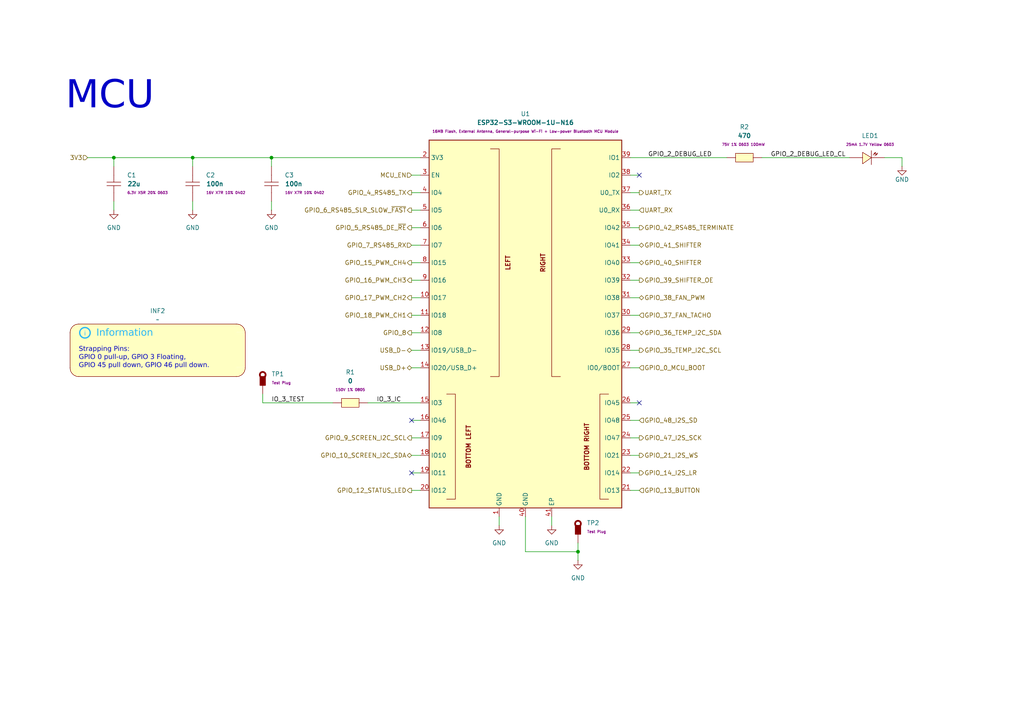
<source format=kicad_sch>
(kicad_sch (version 20231120) (generator "eeschema") (generator_version "8.0")
  (paper "A4")
  (title_block (title "AstraControl - Root") (date "2024-08-26") (rev "B") (company "LiveAstra Technologies"))
  (lib_symbols
    (symbol "LiveAstra:C_100nF_X7R_0402" (pin_numbers hide) (pin_names hide)
      (property "Reference" "C" (at 0 8.89 0))
      (property "Value" "100n" (at 0 6.35 0))
      (property "Extra Values" "16V X7R 10% 0402" (at 0 3.81 0))
      (symbol "C_100nF_X7R_0402_0_1"
        (polyline (pts (xy -2.54 0) (xy -0.51 0)))
        (polyline (pts (xy -0.51 2.03) (xy -0.51 -2.03)))
        (polyline (pts (xy 0.51 0) (xy 2.54 0)))
        (polyline (pts (xy 0.51 2.03) (xy 0.51 -2.03)))
      )
      (symbol "C_100nF_X7R_0402_1_1"
        (pin passive line (at -5.08 0 0) (length 2.54) (name "1") (number "1"))
        (pin passive line (at 5.08 0 180) (length 2.54) (name "2") (number "2"))
      )
    )
    (symbol "LiveAstra:C_22uF_X5R_0603" (pin_numbers hide) (pin_names hide)
      (property "Reference" "C" (at 0 8.89 0))
      (property "Value" "22u" (at 0 6.35 0))
      (property "Extra Values" "6.3V X5R 20% 0603" (at 0 3.81 0))
      (symbol "C_22uF_X5R_0603_0_1"
        (polyline (pts (xy -0.51 -2.03) (xy -0.51 2.03)))
        (polyline (pts (xy -0.51 0) (xy -2.54 0)))
        (polyline (pts (xy 0.51 2.03) (xy 0.51 -2.03)))
        (polyline (pts (xy 2.54 0) (xy 0.51 0)))
      )
      (symbol "C_22uF_X5R_0603_1_1"
        (pin passive line (at -5.08 0 0) (length 2.54) (name "1") (number "1"))
        (pin passive line (at 5.08 0 180) (length 2.54) (name "2") (number "2"))
      )
    )
    (symbol "LiveAstra:Information_Box" (pin_numbers hide) (pin_names (offset 0) hide) (exclude_from_sim yes) (in_bom no) (on_board no)
      (property "Reference" "INF" (at 0 10.16 0))
      (symbol "Information_Box_1_1"
        (arc (start -25.3998 -5.0798) (mid -24.6559 -6.8759) (end -22.8598 -7.6198) (fill (type background)))
        (rectangle (start -25.4 5.08) (end 25.4 -5.08) (stroke (width -0.0001)) (fill (type background)))
        (arc (start -22.86 7.62) (mid -24.6561 6.8761) (end -25.4 5.08) (fill (type background)))
        (rectangle (start -22.86 7.62) (end 22.86 -7.62) (stroke (width -0.0001)) (fill (type background)))
        (circle (center -21.082 5.08) (radius 1.524) (stroke (width 0.381) (color 41 182 246 1)))
        (polyline (pts (xy -25.4 5.08) (xy -25.4 -5.08)))
        (polyline (pts (xy -22.86 -7.62) (xy 22.86 -7.62)))
        (polyline (pts (xy 22.86 7.62) (xy -22.86 7.62)))
        (polyline (pts (xy 25.4 -5.08) (xy 25.4 5.08)))
        (arc (start 22.86 -7.62) (mid 24.6561 -6.8761) (end 25.4 -5.08) (fill (type background)))
        (arc (start 25.4 5.08) (mid 24.6561 6.8761) (end 22.86 7.62) (fill (type background)))
        (text "i" (at -21.0726 4.8456 0) (effects (font (size 1.27 1.27))))
        (text "Information" (at -17.78 5.08 0) (effects (font (size 2.032 2.032)) (justify left)))
      )
    )
    (symbol "LiveAstra:LED_YELLOW_25mA_0603" (pin_numbers hide) (pin_names hide)
      (property "Reference" "LED" (at 0 6.35 0))
      (property "Extra Values" "25mA 1.7V Yellow 0603" (at 0 3.81 0))
      (symbol "LED_YELLOW_25mA_0603_0_1"
        (polyline (pts (xy 1.27 -2.03) (xy 1.27 2.03)))
        (polyline (pts (xy 1.778 0.762) (xy 2.286 1.27)))
        (polyline (pts (xy 2.286 0.508) (xy 2.794 1.016)))
        (polyline (pts (xy -1.27 1.52) (xy 1.27 0) (xy -1.27 -1.78) (xy -1.27 1.52)) (fill (type background)))
        (polyline (pts (xy 2.54 1.524) (xy 2.286 1.016) (xy 2.032 1.27) (xy 2.54 1.524)) (fill (type background)))
        (polyline (pts (xy 3.048 1.27) (xy 2.794 0.762) (xy 2.54 1.016) (xy 3.048 1.27)) (fill (type background)))
      )
      (symbol "LED_YELLOW_25mA_0603_1_1"
        (pin passive line (at 5.08 0 180) (length 3.81) (name "K") (number "1"))
        (pin passive line (at -5.08 0 0) (length 3.81) (name "A") (number "2"))
      )
    )
    (symbol "LiveAstra:R_0Ohm_0805_125mW" (pin_numbers hide) (pin_names hide)
      (property "Reference" "R" (at 0 7.62 0))
      (property "Value" "0" (at 0 5.08 0))
      (property "Extra Values" "150V 1% 0805" (at 0 2.54 0))
      (symbol "R_0Ohm_0805_125mW_0_1"
        (rectangle (start -2.54 1.27) (end 2.54 -1.27) (fill (type background)))
      )
      (symbol "R_0Ohm_0805_125mW_1_1"
        (pin passive line (at -5.08 0 0) (length 2.54) (name "1") (number "1"))
        (pin passive line (at 5.08 0 180) (length 2.54) (name "2") (number "2"))
      )
    )
    (symbol "LiveAstra:R_470Ohm_0603_100mW" (pin_numbers hide) (pin_names hide)
      (property "Reference" "R" (at 0 7.62 0))
      (property "Value" "470" (at 0 5.08 0))
      (property "Extra Values" "75V 1% 0603 100mW " (at 0 2.54 0))
      (symbol "R_470Ohm_0603_100mW_0_1"
        (rectangle (start -2.54 1.27) (end 2.54 -1.27) (fill (type background)))
      )
      (symbol "R_470Ohm_0603_100mW_1_1"
        (pin passive line (at -5.08 0 0) (length 2.54) (name "1") (number "1"))
        (pin passive line (at 5.08 0 180) (length 2.54) (name "2") (number "2"))
      )
    )
    (symbol "LiveAstra:TestPoint_Thimble" (pin_numbers hide) (pin_names hide) (in_bom no)
      (property "Reference" "TP" (at 0 9.5043 0))
      (property "Extra Values" "Test Plug" (at 0 7.62 0))
      (symbol "TestPoint_Thimble_1_1"
        (rectangle (start -0.762 5.08) (end 0.762 2.54) (stroke (width 0.254)) (fill (type outline)))
        (arc (start 0.508 4.9323) (mid 0 6.4175) (end -0.508 4.9323) (stroke (width 0.508)))
        (pin passive line (at 0 0 90) (length 2.54) (name "1") (number "1"))
      )
    )
    (symbol "LiveAstra:U_ESP32-S3-WROOM-1U-N16"
      (property "Reference" "U" (at 0 60.96 0))
      (property "Value" "ESP32-S3-WROOM-1U-N16" (at 0 58.42 0))
      (property "Extra Values" "16MB Flash, External Antenna, General-purpose Wi-Fi + Low-power Bluetooth MCU Module" (at 0 55.88 0))
      (symbol "U_ESP32-S3-WROOM-1U-N16_0_0"
        (rectangle (start -27.94 53.34) (end 27.94 -53.34) (stroke (width 0.254)) (fill (type background)))
      )
      (symbol "U_ESP32-S3-WROOM-1U-N16_0_1"
        (polyline (pts (xy -22.86 -50.8) (xy -20.32 -50.8) (xy -20.32 -20.32) (xy -22.86 -20.32)))
        (polyline (pts (xy -10.16 -15.24) (xy -7.62 -15.24) (xy -7.62 50.8) (xy -10.16 50.8)))
        (polyline (pts (xy 10.16 50.8) (xy 7.62 50.8) (xy 7.62 -15.24) (xy 10.16 -15.24)))
        (polyline (pts (xy 24.13 -20.32) (xy 21.59 -20.32) (xy 21.59 -50.8) (xy 24.13 -50.8)))
      )
      (symbol "U_ESP32-S3-WROOM-1U-N16_1_1"
        (text "BOTTOM LEFT" (at -16.51 -35.56 900) (effects (font (size 1.27 1.27) (bold yes))))
        (text "BOTTOM RIGHT" (at 17.78 -35.56 900) (effects (font (size 1.27 1.27) (bold yes))))
        (text "LEFT" (at -5.08 17.78 900) (effects (font (size 1.27 1.27) (bold yes))))
        (text "RIGHT" (at 5.08 17.78 900) (effects (font (size 1.27 1.27) (bold yes))))
        (pin power_in line (at -7.62 -55.88 90) (length 2.54) (name "GND") (number "1"))
        (pin bidirectional line (at -30.48 7.62 0) (length 2.54) (name "IO17") (number "10"))
        (pin bidirectional line (at -30.48 2.54 0) (length 2.54) (name "IO18") (number "11"))
        (pin bidirectional line (at -30.48 -2.54 0) (length 2.54) (name "IO8") (number "12"))
        (pin bidirectional line (at -30.48 -7.62 0) (length 2.54) (name "IO19/USB_D-") (number "13"))
        (pin bidirectional line (at -30.48 -12.7 0) (length 2.54) (name "IO20/USB_D+") (number "14"))
        (pin bidirectional line (at -30.48 -22.86 0) (length 2.54) (name "IO3") (number "15"))
        (pin bidirectional line (at -30.48 -27.94 0) (length 2.54) (name "IO46") (number "16"))
        (pin bidirectional line (at -30.48 -33.02 0) (length 2.54) (name "IO9") (number "17"))
        (pin bidirectional line (at -30.48 -38.1 0) (length 2.54) (name "IO10") (number "18"))
        (pin bidirectional line (at -30.48 -43.18 0) (length 2.54) (name "IO11") (number "19"))
        (pin power_in line (at -30.48 48.26 0) (length 2.54) (name "3V3") (number "2"))
        (pin bidirectional line (at -30.48 -48.26 0) (length 2.54) (name "IO12") (number "20"))
        (pin bidirectional line (at 30.48 -48.26 180) (length 2.54) (name "IO13") (number "21"))
        (pin bidirectional line (at 30.48 -43.18 180) (length 2.54) (name "IO14") (number "22"))
        (pin bidirectional line (at 30.48 -38.1 180) (length 2.54) (name "IO21") (number "23"))
        (pin bidirectional line (at 30.48 -33.02 180) (length 2.54) (name "IO47") (number "24"))
        (pin bidirectional line (at 30.48 -27.94 180) (length 2.54) (name "IO48") (number "25"))
        (pin bidirectional line (at 30.48 -22.86 180) (length 2.54) (name "IO45") (number "26"))
        (pin bidirectional line (at 30.48 -12.7 180) (length 2.54) (name "IO0/BOOT") (number "27"))
        (pin bidirectional line (at 30.48 -7.62 180) (length 2.54) (name "IO35") (number "28"))
        (pin bidirectional line (at 30.48 -2.54 180) (length 2.54) (name "IO36") (number "29"))
        (pin input line (at -30.48 43.18 0) (length 2.54) (name "EN") (number "3"))
        (pin bidirectional line (at 30.48 2.54 180) (length 2.54) (name "IO37") (number "30"))
        (pin bidirectional line (at 30.48 7.62 180) (length 2.54) (name "IO38") (number "31"))
        (pin bidirectional line (at 30.48 12.7 180) (length 2.54) (name "IO39") (number "32"))
        (pin bidirectional line (at 30.48 17.78 180) (length 2.54) (name "IO40") (number "33"))
        (pin bidirectional line (at 30.48 22.86 180) (length 2.54) (name "IO41") (number "34"))
        (pin bidirectional line (at 30.48 27.94 180) (length 2.54) (name "IO42") (number "35"))
        (pin bidirectional line (at 30.48 33.02 180) (length 2.54) (name "U0_RX") (number "36"))
        (pin bidirectional line (at 30.48 38.1 180) (length 2.54) (name "U0_TX") (number "37"))
        (pin bidirectional line (at 30.48 43.18 180) (length 2.54) (name "IO2") (number "38"))
        (pin bidirectional line (at 30.48 48.26 180) (length 2.54) (name "IO1") (number "39"))
        (pin bidirectional line (at -30.48 38.1 0) (length 2.54) (name "IO4") (number "4"))
        (pin power_in line (at 0 -55.88 90) (length 2.54) (name "GND") (number "40"))
        (pin power_in line (at 7.62 -55.88 90) (length 2.54) (name "EP") (number "41"))
        (pin bidirectional line (at -30.48 33.02 0) (length 2.54) (name "IO5") (number "5"))
        (pin bidirectional line (at -30.48 27.94 0) (length 2.54) (name "IO6") (number "6"))
        (pin bidirectional line (at -30.48 22.86 0) (length 2.54) (name "IO7") (number "7"))
        (pin bidirectional line (at -30.48 17.78 0) (length 2.54) (name "IO15") (number "8"))
        (pin bidirectional line (at -30.48 12.7 0) (length 2.54) (name "IO16") (number "9"))
      )
    )
    (symbol "power:GND" (power) (pin_numbers hide) (pin_names (offset 0) hide)
      (property "Value" "GND" (at 0 -3.81 0))
      (symbol "GND_0_1"
        (polyline (pts (xy 0 0) (xy 0 -1.27) (xy 1.27 -1.27) (xy 0 -2.54) (xy -1.27 -1.27) (xy 0 -1.27)))
      )
      (symbol "GND_1_1"
        (pin power_in line (at 0 0 270) (length 0) (name "~") (number "1"))
      )
    )
  )
  (junction (at 167.64 160.02))
  (junction (at 33.02 45.72))
  (junction (at 55.88 45.72))
  (junction (at 78.74 45.72))
  (no_connect (at 185.42 50.8))
  (no_connect (at 185.42 116.84))
  (no_connect (at 119.38 137.16))
  (no_connect (at 119.38 121.92))
  (wire (pts (xy 182.88 76.2) (xy 185.42 76.2)))
  (wire (pts (xy 160.02 152.4) (xy 160.02 149.86)))
  (wire (pts (xy 185.42 60.96) (xy 182.88 60.96)))
  (wire (pts (xy 144.78 152.4) (xy 144.78 149.86)))
  (wire (pts (xy 167.64 160.02) (xy 167.64 162.56)))
  (wire (pts (xy 119.38 91.44) (xy 121.92 91.44)))
  (wire (pts (xy 261.62 45.72) (xy 261.62 48.26)))
  (wire (pts (xy 119.38 121.92) (xy 121.92 121.92)))
  (wire (pts (xy 185.42 96.52) (xy 182.88 96.52)))
  (wire (pts (xy 220.98 45.72) (xy 246.38 45.72)))
  (wire (pts (xy 33.02 60.96) (xy 33.02 58.42)))
  (wire (pts (xy 152.4 160.02) (xy 167.64 160.02)))
  (wire (pts (xy 152.4 149.86) (xy 152.4 160.02)))
  (wire (pts (xy 33.02 48.26) (xy 33.02 45.72)))
  (wire (pts (xy 119.38 76.2) (xy 121.92 76.2)))
  (wire (pts (xy 25.4 45.72) (xy 33.02 45.72)))
  (wire (pts (xy 119.38 81.28) (xy 121.92 81.28)))
  (wire (pts (xy 33.02 45.72) (xy 55.88 45.72)))
  (wire (pts (xy 119.38 86.36) (xy 121.92 86.36)))
  (wire (pts (xy 182.88 66.04) (xy 185.42 66.04)))
  (wire (pts (xy 119.38 50.8) (xy 121.92 50.8)))
  (wire (pts (xy 119.38 142.24) (xy 121.92 142.24)))
  (wire (pts (xy 185.42 86.36) (xy 182.88 86.36)))
  (wire (pts (xy 182.88 81.28) (xy 185.42 81.28)))
  (wire (pts (xy 76.2 114.3) (xy 76.2 116.84)))
  (wire (pts (xy 78.74 45.72) (xy 78.74 48.26)))
  (wire (pts (xy 119.38 127) (xy 121.92 127)))
  (wire (pts (xy 119.38 71.12) (xy 121.92 71.12)))
  (wire (pts (xy 119.38 101.6) (xy 121.92 101.6)))
  (wire (pts (xy 55.88 48.26) (xy 55.88 45.72)))
  (wire (pts (xy 78.74 58.42) (xy 78.74 60.96)))
  (wire (pts (xy 185.42 137.16) (xy 182.88 137.16)))
  (wire (pts (xy 167.64 157.48) (xy 167.64 160.02)))
  (wire (pts (xy 119.38 106.68) (xy 121.92 106.68)))
  (wire (pts (xy 119.38 60.96) (xy 121.92 60.96)))
  (wire (pts (xy 55.88 45.72) (xy 78.74 45.72)))
  (wire (pts (xy 78.74 45.72) (xy 121.92 45.72)))
  (wire (pts (xy 119.38 55.88) (xy 121.92 55.88)))
  (wire (pts (xy 185.42 106.68) (xy 182.88 106.68)))
  (wire (pts (xy 182.88 45.72) (xy 210.82 45.72)))
  (wire (pts (xy 182.88 71.12) (xy 185.42 71.12)))
  (wire (pts (xy 185.42 142.24) (xy 182.88 142.24)))
  (wire (pts (xy 261.62 45.72) (xy 256.54 45.72)))
  (wire (pts (xy 185.42 116.84) (xy 182.88 116.84)))
  (wire (pts (xy 106.68 116.84) (xy 121.92 116.84)))
  (wire (pts (xy 76.2 116.84) (xy 96.52 116.84)))
  (wire (pts (xy 185.42 132.08) (xy 182.88 132.08)))
  (wire (pts (xy 185.42 91.44) (xy 182.88 91.44)))
  (wire (pts (xy 185.42 121.92) (xy 182.88 121.92)))
  (wire (pts (xy 185.42 55.88) (xy 182.88 55.88)))
  (wire (pts (xy 185.42 101.6) (xy 182.88 101.6)))
  (wire (pts (xy 55.88 60.96) (xy 55.88 58.42)))
  (wire (pts (xy 119.38 132.08) (xy 121.92 132.08)))
  (wire (pts (xy 119.38 137.16) (xy 121.92 137.16)))
  (wire (pts (xy 182.88 50.8) (xy 185.42 50.8)))
  (wire (pts (xy 119.38 96.52) (xy 121.92 96.52)))
  (wire (pts (xy 119.38 66.04) (xy 121.92 66.04)))
  (wire (pts (xy 185.42 127) (xy 182.88 127)))
  (text "Strapping Pins: \nGPIO 0 pull-up, GPIO 3 Floating,\nGPIO 45 pull down, GPIO 46 pull down.\n" (at 22.86 104.14 0) (effects (font (size 1.397 1.397)) (justify left)))
  (text "MCU" (at 19.05 25.4 0) (effects (font (size 8 8)) (justify left top)))
  (label "IO_3_IC" (at 109.22 116.84 0))
  (label "IO_3_TEST" (at 78.74 116.84 0))
  (label "GPIO_2_DEBUG_LED" (at 187.96 45.72 0))
  (label "GPIO_2_DEBUG_LED_CL" (at 223.52 45.72 0))
  (hierarchical_label "GPIO_14_I2S_LR" (shape output) (at 185.42 137.16 0))
  (hierarchical_label "USB_D+" (shape bidirectional) (at 119.38 106.68 180))
  (hierarchical_label "GPIO_40_SHIFTER" (shape bidirectional) (at 185.42 76.2 0))
  (hierarchical_label "GPIO_36_TEMP_I2C_SDA" (shape bidirectional) (at 185.42 96.52 0))
  (hierarchical_label "GPIO_8" (shape output) (at 119.38 96.52 180))
  (hierarchical_label "GPIO_13_BUTTON" (shape input) (at 185.42 142.24 0))
  (hierarchical_label "GPIO_18_PWM_CH1" (shape output) (at 119.38 91.44 180))
  (hierarchical_label "UART_RX" (shape input) (at 185.42 60.96 0))
  (hierarchical_label "GPIO_5_RS485_DE_~{RE}" (shape output) (at 119.38 66.04 180))
  (hierarchical_label "GPIO_0_MCU_BOOT" (shape input) (at 185.42 106.68 0))
  (hierarchical_label "GPIO_21_I2S_WS" (shape output) (at 185.42 132.08 0))
  (hierarchical_label "GPIO_37_FAN_TACHO" (shape input) (at 185.42 91.44 0))
  (hierarchical_label "GPIO_38_FAN_PWM" (shape bidirectional) (at 185.42 86.36 0))
  (hierarchical_label "GPIO_41_SHIFTER" (shape bidirectional) (at 185.42 71.12 0))
  (hierarchical_label "MCU_EN" (shape input) (at 119.38 50.8 180))
  (hierarchical_label "GPIO_42_RS485_TERMINATE" (shape output) (at 185.42 66.04 0))
  (hierarchical_label "GPIO_17_PWM_CH2" (shape output) (at 119.38 86.36 180))
  (hierarchical_label "3V3" (shape input) (at 25.4 45.72 180))
  (hierarchical_label "GPIO_12_STATUS_LED" (shape output) (at 119.38 142.24 180))
  (hierarchical_label "GPIO_35_TEMP_I2C_SCL" (shape output) (at 185.42 101.6 0))
  (hierarchical_label "GPIO_7_RS485_RX" (shape input) (at 119.38 71.12 180))
  (hierarchical_label "GPIO_4_RS485_TX" (shape output) (at 119.38 55.88 180))
  (hierarchical_label "UART_TX" (shape output) (at 185.42 55.88 0))
  (hierarchical_label "GPIO_15_PWM_CH4" (shape output) (at 119.38 76.2 180))
  (hierarchical_label "GPIO_39_SHIFTER_OE" (shape output) (at 185.42 81.28 0))
  (hierarchical_label "GPIO_48_I2S_SD" (shape input) (at 185.42 121.92 0))
  (hierarchical_label "GPIO_47_I2S_SCK" (shape output) (at 185.42 127 0))
  (hierarchical_label "USB_D-" (shape bidirectional) (at 119.38 101.6 180))
  (hierarchical_label "GPIO_6_RS485_SLR_SLOW_~{FAST}" (shape output) (at 119.38 60.96 180))
  (hierarchical_label "GPIO_9_SCREEN_I2C_SCL" (shape output) (at 119.38 127 180))
  (hierarchical_label "GPIO_16_PWM_CH3" (shape output) (at 119.38 81.28 180))
  (hierarchical_label "GPIO_10_SCREEN_I2C_SDA" (shape bidirectional) (at 119.38 132.08 180))
  (symbol (lib_id "LiveAstra:C_100nF_X7R_0402") (at 55.88 53.34 90) (unit 1)
    (property "Reference" "C2" (at 59.69 50.7999 90) (effects (justify right)))
    (property "Value" "100n" (at 59.69 53.34 90) (effects (font (bold yes)) (justify right)))
    (property "Footprint" "LiveAstra:C_0402_1005Metric" (effects (hide yes)))
    (property "Datasheet" "https://www.lcsc.com/product-detail/Multilayer-Ceramic-Capacitors-MLCC-SMD-SMT_Samsung-Electro-Mechanics-CL05B104KO5NNNC_C1525.html" (effects (hide yes)))
    (property "Description" "16V 100nF X7R ±10% 0402 Multilayer Ceramic Capacitors MLCC - SMD/SMT ROHS" (effects (hide yes)))
    (property "LCSC Part" "C1525" (effects (hide yes)))
    (property "Extra Values" "16V X7R 10% 0402" (at 59.69 55.8799 90) (effects (font (size 0.762 0.762) (bold yes)) (justify right)))
    (property "MFN" "Samsung Electro-Mechanics" (effects (hide yes)))
    (property "MPN" "CL05B104KO5NNNC" (effects (hide yes)))
  )
  (symbol (lib_id "power:GND") (at 55.88 60.96 0) (unit 1)
    (property "Reference" "#PWR05" (effects (hide yes)))
    (property "Value" "GND" (at 55.88 66.04 0))
    (property "Description" "Power symbol creates a global label with name \"GND\" , ground" (effects (hide yes)))
  )
  (symbol (lib_id "LiveAstra:LED_YELLOW_25mA_0603") (at 251.46 45.72 0) (unit 1)
    (property "Reference" "LED1" (at 252.349 39.37 0))
    (property "Value" "LED_Yellow_25mA_0603" (effects (hide yes)))
    (property "Footprint" "LiveAstra:LED_0603_1608Metric" (effects (hide yes)))
    (property "Datasheet" "https://lcsc.com/product-detail/Light-Emitting-Diodes-LED_0603-Yellow-light_C72038.html" (effects (hide yes)))
    (property "Description" "20mA Colorless transparent lens -40℃~+85℃ 585.5nm~591.5nm Yellow 120° 60mW 0603 LED Indication - Discrete ROHS" (effects (hide yes)))
    (property "LCSC Part" "C72038" (effects (hide yes)))
    (property "Extra Values" "25mA 1.7V Yellow 0603" (at 252.349 41.91 0) (effects (font (size 0.762 0.762) (bold yes))))
    (property "MFN" "Everlight Elec" (effects (hide yes)))
    (property "MPN" "19-213/Y2C-CQ2R2L/3T(CY)" (effects (hide yes)))
  )
  (symbol (lib_id "LiveAstra:TestPoint_Thimble") (at 167.64 157.48 0) (unit 1) (in_bom no)
    (property "Reference" "TP2" (at 170.18 151.6676 0) (effects (justify left)))
    (property "Value" "TestPoint_Thimble" (effects (hide yes)))
    (property "Footprint" "LiveAstra:TestPoint_Loop_D3.50mm_Drill0.9mm_Beaded" (effects (hide yes)))
    (property "Datasheet" "https://www.lcsc.com/product-detail/Thimble-Copper-Rod-Test-Ring_ronghe-RH-5000_C5277086.html" (effects (hide yes)))
    (property "Description" "Test Points / Test Rings ROHS" (effects (hide yes)))
    (property "LCSC Part" "C5277086" (effects (hide yes)))
    (property "Extra Values" "Test Plug" (at 170.18 154.2076 0) (effects (font (size 0.762 0.762) (bold yes)) (justify left)))
    (property "MFN" "ronghe" (effects (hide yes)))
    (property "MPN" "RH-5000" (effects (hide yes)))
  )
  (symbol (lib_id "power:GND") (at 33.02 60.96 0) (unit 1)
    (property "Reference" "#PWR04" (effects (hide yes)))
    (property "Value" "GND" (at 33.02 66.04 0))
    (property "Description" "Power symbol creates a global label with name \"GND\" , ground" (effects (hide yes)))
  )
  (symbol (lib_id "LiveAstra:R_470Ohm_0603_100mW") (at 215.9 45.72 0) (unit 1)
    (property "Reference" "R2" (at 215.9 36.83 0))
    (property "Value" "470" (at 215.9 39.37 0) (effects (font (bold yes))))
    (property "Footprint" "LiveAstra:R_0603_1608Metric" (effects (hide yes)))
    (property "Datasheet" "https://www.lcsc.com/product-detail/Chip-Resistor-Surface-Mount_UNI-ROYAL-Uniroyal-Elec-0603WAF4700T5E_C23179.html" (effects (hide yes)))
    (property "Description" "100mW Thick Film Resistors 75V ±100ppm/℃ ±1% 470Ω 0603 Chip Resistor - Surface Mount ROHS" (effects (hide yes)))
    (property "LCSC Part" "C23179" (effects (hide yes)))
    (property "Extra Values" "75V 1% 0603 100mW " (at 215.9 41.91 0) (effects (font (size 0.762 0.762) (bold yes))))
    (property "MPN" "0603WAF4700T5E" (effects (hide yes)))
    (property "MFN" "UNI-ROYAL(Uniroyal Elec)" (effects (hide yes)))
  )
  (symbol (lib_id "LiveAstra:C_100nF_X7R_0402") (at 78.74 53.34 90) (unit 1)
    (property "Reference" "C3" (at 82.55 50.7999 90) (effects (justify right)))
    (property "Value" "100n" (at 82.55 53.34 90) (effects (font (bold yes)) (justify right)))
    (property "Footprint" "LiveAstra:C_0402_1005Metric" (effects (hide yes)))
    (property "Datasheet" "https://www.lcsc.com/product-detail/Multilayer-Ceramic-Capacitors-MLCC-SMD-SMT_Samsung-Electro-Mechanics-CL05B104KO5NNNC_C1525.html" (effects (hide yes)))
    (property "Description" "16V 100nF X7R ±10% 0402 Multilayer Ceramic Capacitors MLCC - SMD/SMT ROHS" (effects (hide yes)))
    (property "LCSC Part" "C1525" (effects (hide yes)))
    (property "Extra Values" "16V X7R 10% 0402" (at 82.55 55.8799 90) (effects (font (size 0.762 0.762) (bold yes)) (justify right)))
    (property "MFN" "Samsung Electro-Mechanics" (effects (hide yes)))
    (property "MPN" "CL05B104KO5NNNC" (effects (hide yes)))
  )
  (symbol (lib_id "power:GND") (at 78.74 60.96 0) (unit 1)
    (property "Reference" "#PWR06" (effects (hide yes)))
    (property "Value" "GND" (at 78.74 66.04 0))
    (property "Description" "Power symbol creates a global label with name \"GND\" , ground" (effects (hide yes)))
  )
  (symbol (lib_id "power:GND") (at 160.02 152.4 0) (unit 1)
    (property "Reference" "#PWR08" (effects (hide yes)))
    (property "Value" "GND" (at 160.02 157.48 0))
    (property "Description" "Power symbol creates a global label with name \"GND\" , ground" (effects (hide yes)))
  )
  (symbol (lib_id "LiveAstra:Information_Box") (at 45.72 101.6 0) (unit 1) (exclude_from_sim yes) (in_bom no) (on_board no)
    (property "Reference" "INF2" (at 45.72 90.17 0))
    (property "Value" "~" (at 45.72 92.71 0))
  )
  (symbol (lib_id "power:GND") (at 261.62 48.26 0) (unit 1)
    (property "Reference" "#PWR010" (effects (hide yes)))
    (property "Value" "GND" (at 261.62 52.07 0))
    (property "Description" "Power symbol creates a global label with name \"GND\" , ground" (effects (hide yes)))
  )
  (symbol (lib_id "LiveAstra:C_22uF_X5R_0603") (at 33.02 53.34 90) (unit 1)
    (property "Reference" "C1" (at 36.83 50.7999 90) (effects (justify right)))
    (property "Value" "22u" (at 36.83 53.34 90) (effects (font (bold yes)) (justify right)))
    (property "Footprint" "LiveAstra:C_0603_1608Metric" (effects (hide yes)))
    (property "Datasheet" "https://lcsc.com/product-detail/Multilayer-Ceramic-Capacitors-MLCC-SMD-SMT_SAMSUNG_CL10A226MQ8NRNC_22uF-226-20-6-3V_C59461.html" (effects (hide yes)))
    (property "Description" "6.3V 22uF X5R ±20% 0603 Multilayer Ceramic Capacitors MLCC - SMD/SMT ROHS" (effects (hide yes)))
    (property "LCSC Part" "C59461" (effects (hide yes)))
    (property "Extra Values" "6.3V X5R 20% 0603" (at 36.83 55.8799 90) (effects (font (size 0.762 0.762) (bold yes)) (justify right)))
    (property "MPN" "CL10A226MQ8NRNC" (effects (hide yes)))
    (property "MFN" "Samsung Electro-Mechanics" (effects (hide yes)))
  )
  (symbol (lib_id "power:GND") (at 167.64 162.56 0) (unit 1)
    (property "Reference" "#PWR09" (effects (hide yes)))
    (property "Value" "GND" (at 167.64 167.64 0))
    (property "Description" "Power symbol creates a global label with name \"GND\" , ground" (effects (hide yes)))
  )
  (symbol (lib_id "power:GND") (at 144.78 152.4 0) (unit 1)
    (property "Reference" "#PWR07" (effects (hide yes)))
    (property "Value" "GND" (at 144.78 157.48 0))
    (property "Description" "Power symbol creates a global label with name \"GND\" , ground" (effects (hide yes)))
  )
  (symbol (lib_id "LiveAstra:R_0Ohm_0805_125mW") (at 101.6 116.84 0) (unit 1)
    (property "Reference" "R1" (at 101.6 107.95 0))
    (property "Value" "0" (at 101.6 110.49 0) (effects (font (bold yes))))
    (property "Footprint" "LiveAstra:R_0805_2012Metric_Pad1.20x1.40mm_HandSolder" (effects (hide yes)))
    (property "Datasheet" "https://lcsc.com/product-detail/Chip-Resistor-Surface-Mount-UniOhm_0R-0R0-1_C17477.html" (effects (hide yes)))
    (property "Description" "125mW Thick Film Resistors 150V ±800ppm/℃ ±1% 0Ω 0805 Chip Resistor - Surface Mount ROHS" (effects (hide yes)))
    (property "LCSC Part" "C17477" (effects (hide yes)))
    (property "Extra Values" "150V 1% 0805" (at 101.6 113.03 0) (effects (font (size 0.762 0.762) (bold yes))))
    (property "MFN" "UNI-ROYAL(Uniroyal Elec)" (effects (hide yes)))
    (property "MPN" "0805W8F0000T5E" (effects (hide yes)))
  )
  (symbol (lib_id "LiveAstra:U_ESP32-S3-WROOM-1U-N16") (at 152.4 93.98 0) (unit 1)
    (property "Reference" "U1" (at 152.4 33.02 0))
    (property "Value" "ESP32-S3-WROOM-1U-N16" (at 152.4 35.56 0) (effects (font (bold yes))))
    (property "Footprint" "LiveAstra:WIRELM-SMD_ESP32-S3-WROOM-1U" (effects (hide yes)))
    (property "Datasheet" "https://www.lcsc.com/product-detail/WiFi-Modules_Espressif-Systems-ESP32-S3-WROOM-1U-N16_C2980298.html" (effects (hide yes)))
    (property "Description" "SMD,18x19.2mm WiFi Modules ROHS" (effects (hide yes)))
    (property "LCSC Part" "C2980298" (effects (hide yes)))
    (property "Extra Values" "16MB Flash, External Antenna, General-purpose Wi-Fi + Low-power Bluetooth MCU Module" (at 152.4 38.1 0) (effects (font (size 0.762 0.762) (bold yes))))
    (property "MFN" "Espressif Systems" (effects (hide yes)))
    (property "MPN" "ESP32-S3-WROOM-1U-N16" (effects (hide yes)))
  )
  (symbol (lib_id "LiveAstra:TestPoint_Thimble") (at 76.2 114.3 0) (unit 1) (in_bom no)
    (property "Reference" "TP1" (at 78.74 108.4876 0) (effects (justify left)))
    (property "Value" "TestPoint_Thimble" (effects (hide yes)))
    (property "Footprint" "LiveAstra:TestPoint_Loop_D3.50mm_Drill0.9mm_Beaded" (effects (hide yes)))
    (property "Datasheet" "https://www.lcsc.com/product-detail/Thimble-Copper-Rod-Test-Ring_ronghe-RH-5000_C5277086.html" (effects (hide yes)))
    (property "Description" "Test Points / Test Rings ROHS" (effects (hide yes)))
    (property "LCSC Part" "C5277086" (effects (hide yes)))
    (property "Extra Values" "Test Plug" (at 78.74 111.0276 0) (effects (font (size 0.762 0.762) (bold yes)) (justify left)))
    (property "MFN" "ronghe" (effects (hide yes)))
    (property "MPN" "RH-5000" (effects (hide yes)))
  )
)
</source>
